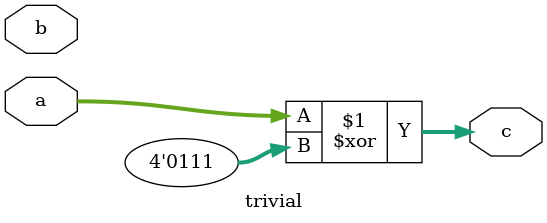
<source format=v>
module trivial(input signed [3:0] a, input signed [3:0] b, output signed [3:0] c);
//assign c = (a | b) & 4'sh3; // 0b0011
assign c = a ^ 4'sh7; // 0b0111
endmodule


</source>
